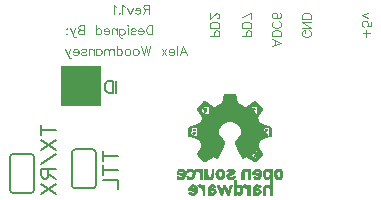
<source format=gbr>
G04 DipTrace 3.0.0.2*
G04 BottomSilk.gbr*
%MOIN*%
G04 #@! TF.FileFunction,Legend,Bot*
G04 #@! TF.Part,Single*
%ADD12C,0.002992*%
%ADD40C,0.006*%
%ADD75C,0.00772*%
%ADD76C,0.006176*%
%ADD78C,0.004632*%
%FSLAX26Y26*%
G04*
G70*
G90*
G75*
G01*
G04 BotSilk*
%LPD*%
X1233785Y690007D2*
D40*
Y800013D1*
X1153785Y690007D2*
G03X1163785Y680010I9992J-5D01*
G01*
Y810010D2*
G03X1153785Y800013I-8J-9992D01*
G01*
X1223785Y810010D2*
G02X1233785Y800013I8J-9992D01*
G01*
Y690007D2*
G02X1223785Y680010I-9992J-5D01*
G01*
X1163785D1*
X1223785Y810010D2*
X1163785D1*
X1153785Y800013D2*
Y690007D1*
X1027475Y674918D2*
Y784924D1*
X947475Y674918D2*
G03X957475Y664921I9992J-5D01*
G01*
Y794921D2*
G03X947475Y784924I-8J-9992D01*
G01*
X1017475Y794921D2*
G02X1027475Y784924I8J-9992D01*
G01*
Y674918D2*
G02X1017475Y664921I-9992J-5D01*
G01*
X957475D1*
X1017475Y794921D2*
X957475D1*
X947475Y784924D2*
Y674918D1*
G36*
X1118777Y1087543D2*
X1250041D1*
Y956279D1*
X1118777D1*
Y1087543D1*
G37*
X1661375Y994050D2*
D12*
X1697281D1*
X1659994Y991058D2*
X1698662D1*
X1659123Y988066D2*
X1699533D1*
X1658583Y985073D2*
X1700073D1*
X1658009Y982081D2*
X1700647D1*
X1657214Y979089D2*
X1701442D1*
X1656417Y976097D2*
X1702239D1*
X1655873Y973105D2*
X1702783D1*
X1592556Y970113D2*
X1595549D1*
X1655452D2*
X1703204D1*
X1763108D2*
D3*
X1589564Y967121D2*
X1601059D1*
X1654942D2*
X1703714D1*
X1757597D2*
X1769092D1*
X1586572Y964129D2*
X1606187D1*
X1653031D2*
X1705626D1*
X1752470D2*
X1772084D1*
X1583580Y961136D2*
X1610926D1*
X1648097D2*
X1710559D1*
X1747730D2*
X1775076D1*
X1580588Y958144D2*
X1615318D1*
X1641650D2*
X1717006D1*
X1743338D2*
X1778068D1*
X1577607Y955152D2*
X1619486D1*
X1634446D2*
X1724210D1*
X1739171D2*
X1781049D1*
X1574744Y952160D2*
X1589690D1*
X1610509D2*
X1748939D1*
X1772084D2*
X1783912D1*
X1572367Y949168D2*
X1587198D1*
X1592556D2*
X1601533D1*
X1610509D2*
X1756708D1*
X1772084D2*
X1786289D1*
X1570589Y946176D2*
X1585433D1*
X1592568D2*
X1601533D1*
X1610509D2*
X1763108D1*
X1772084D2*
X1788067D1*
X1570807Y943184D2*
X1584254D1*
X1592682D2*
X1601509D1*
X1610509D2*
X1754131D1*
X1772084D2*
X1787850D1*
X1572551Y940192D2*
X1584439D1*
X1593144D2*
X1601282D1*
X1610509D2*
X1758275D1*
X1772084D2*
X1786105D1*
X1574551Y937199D2*
X1585297D1*
X1594167D2*
X1600738D1*
X1610509D2*
X1761346D1*
X1772084D2*
X1784105D1*
X1576554Y934207D2*
X1586572D1*
X1595549D2*
X1598406D1*
X1610509D2*
X1762355D1*
X1772084D2*
X1782102D1*
X1578658Y931215D2*
X1595549D1*
X1610509D2*
X1763108D1*
X1772084D2*
X1779998D1*
X1580982Y928223D2*
X1777675D1*
X1583298Y925231D2*
X1775358D1*
X1585416Y922239D2*
X1773240D1*
X1587462Y919247D2*
X1771194D1*
X1589564Y916255D2*
X1769092D1*
X1587709Y913262D2*
X1770947D1*
X1586003Y910270D2*
X1772654D1*
X1584400Y907278D2*
X1774256D1*
X1582803Y904286D2*
X1775853D1*
X1580702Y901294D2*
X1664493D1*
X1694163D2*
X1777954D1*
X1577802Y898302D2*
X1659021D1*
X1699635D2*
X1780854D1*
X1569935Y895310D2*
X1654357D1*
X1704299D2*
X1788721D1*
X1560549Y892318D2*
X1650748D1*
X1707908D2*
X1798107D1*
X1552233Y889325D2*
X1648090D1*
X1710567D2*
X1806423D1*
X1545814Y886333D2*
X1646047D1*
X1712609D2*
X1812842D1*
X1543278Y883341D2*
X1644326D1*
X1714330D2*
X1815378D1*
X1542419Y880349D2*
X1550667D1*
X1571612D2*
X1642845D1*
X1715811D2*
X1793629D1*
X1810982D2*
X1816237D1*
X1541984Y877357D2*
X1550655D1*
X1556651D2*
X1565627D1*
X1571612D2*
X1641706D1*
X1716951D2*
X1791641D1*
X1796021D2*
X1804997D1*
X1810982D2*
X1816672D1*
X1541800Y874365D2*
X1550541D1*
X1556651D2*
X1565627D1*
X1571612D2*
X1641022D1*
X1717635D2*
X1791212D1*
X1796021D2*
X1803455D1*
X1810982D2*
X1816856D1*
X1541729Y871373D2*
X1550079D1*
X1571612D2*
X1640691D1*
X1717965D2*
X1792868D1*
X1796021D2*
X1798762D1*
X1810982D2*
X1816927D1*
X1541704Y868381D2*
X1549056D1*
X1556651D2*
X1565627D1*
X1571612D2*
X1640645D1*
X1718012D2*
X1796833D1*
X1810982D2*
X1816953D1*
X1541695Y865388D2*
X1547675D1*
X1553659D2*
X1564084D1*
X1571612D2*
X1640976D1*
X1717680D2*
X1798597D1*
X1810982D2*
X1816962D1*
X1541738Y862396D2*
X1550667D1*
X1556651D2*
X1559392D1*
X1571612D2*
X1641787D1*
X1716870D2*
X1802797D1*
X1810982D2*
X1816918D1*
X1541983Y859404D2*
X1553659D1*
X1571612D2*
X1643044D1*
X1715613D2*
X1804997D1*
X1810982D2*
X1816673D1*
X1542438Y856412D2*
X1644777D1*
X1713879D2*
X1816218D1*
X1549154Y853420D2*
X1647036D1*
X1711620D2*
X1809502D1*
X1557828Y850428D2*
X1649678D1*
X1708978D2*
X1800828D1*
X1566480Y847436D2*
X1652605D1*
X1706051D2*
X1792176D1*
X1573118Y844444D2*
X1655786D1*
X1702870D2*
X1785538D1*
X1578105Y841451D2*
X1658868D1*
X1699789D2*
X1780551D1*
X1580427Y838459D2*
X1661513D1*
X1697143D2*
X1778229D1*
X1582113Y835467D2*
X1662147D1*
X1696509D2*
X1776544D1*
X1583370Y832475D2*
X1661441D1*
X1697215D2*
X1775286D1*
X1584493Y829483D2*
X1660448D1*
X1698208D2*
X1774164D1*
X1585333Y826491D2*
X1659414D1*
X1699242D2*
X1773323D1*
X1585792Y823499D2*
X1658419D1*
X1700237D2*
X1772865D1*
X1585068Y820507D2*
X1657285D1*
X1701372D2*
X1773588D1*
X1583891Y817514D2*
X1655983D1*
X1702673D2*
X1774765D1*
X1582198Y814522D2*
X1654582D1*
X1704074D2*
X1776458D1*
X1579968Y811530D2*
X1653122D1*
X1705534D2*
X1778688D1*
X1577450Y808538D2*
X1651644D1*
X1707013D2*
X1781207D1*
X1575011Y805546D2*
X1650151D1*
X1708505D2*
X1763108D1*
X1771935D2*
X1783645D1*
X1572929Y802554D2*
X1648659D1*
X1709997D2*
X1766100D1*
X1771581D2*
X1785727D1*
X1571343Y799562D2*
X1647161D1*
X1711495D2*
X1762084D1*
X1769461D2*
X1787313D1*
X1570191Y796570D2*
X1645668D1*
X1712988D2*
X1758194D1*
X1766477D2*
X1788466D1*
X1570655Y793577D2*
X1644169D1*
X1714487D2*
X1754588D1*
X1763613D2*
X1788001D1*
X1572607Y790585D2*
X1642666D1*
X1715990D2*
X1751139D1*
X1761614D2*
X1786049D1*
X1575138Y787593D2*
X1641090D1*
X1717566D2*
X1754131D1*
X1760115D2*
X1783518D1*
X1578257Y784601D2*
X1619600D1*
X1631454D2*
X1639345D1*
X1719312D2*
X1727202D1*
X1739057D2*
X1760115D1*
X1769092D2*
X1780399D1*
X1581863Y781609D2*
X1614001D1*
X1637438D2*
D3*
X1721218D2*
D3*
X1744655D2*
X1776793D1*
X1585591Y778617D2*
X1608759D1*
X1749897D2*
X1773065D1*
X1589136Y775625D2*
X1603666D1*
X1754991D2*
X1769520D1*
X1592556Y772632D2*
X1598541D1*
X1760115D2*
X1766100D1*
X1508777Y745703D2*
X1523738D1*
X1538698D2*
X1553659D1*
X1565627D2*
X1586572D1*
X1595549D2*
X1604525D1*
X1619486D2*
X1625470D1*
X1640430D2*
X1655391D1*
X1673344D2*
X1691297D1*
X1724210D2*
X1748147D1*
X1763108D2*
X1778068D1*
X1796021D2*
X1819958D1*
X1834919D2*
X1849879D1*
X1506373Y742711D2*
X1526256D1*
X1537306D2*
X1586572D1*
X1595549D2*
X1604525D1*
X1619486D2*
X1625470D1*
X1637912D2*
X1657795D1*
X1670165D2*
X1693689D1*
X1722366D2*
X1748147D1*
X1760590D2*
X1780472D1*
X1794177D2*
X1819958D1*
X1832401D2*
X1852283D1*
X1504623Y739719D2*
X1528389D1*
X1536381D2*
X1586572D1*
X1595549D2*
X1604525D1*
X1619486D2*
X1625470D1*
X1635779D2*
X1659545D1*
X1667360D2*
X1695677D1*
X1720765D2*
X1748147D1*
X1758456D2*
X1782222D1*
X1792576D2*
X1819958D1*
X1830267D2*
X1854033D1*
X1503621Y736727D2*
X1511769D1*
X1520745D2*
X1530108D1*
X1535706D2*
X1543454D1*
X1553071D2*
X1562635D1*
X1577008D2*
X1586572D1*
X1595549D2*
X1604525D1*
X1619486D2*
X1625470D1*
X1634060D2*
X1644011D1*
X1651811D2*
X1660547D1*
X1673344D2*
D3*
X1688567D2*
X1696292D1*
X1719556D2*
X1730782D1*
X1738583D2*
X1748147D1*
X1756736D2*
X1766100D1*
X1775076D2*
X1783224D1*
X1791367D2*
X1799013D1*
X1810394D2*
X1819958D1*
X1828548D2*
X1838499D1*
X1846299D2*
X1855035D1*
X1503134Y733735D2*
X1508777D1*
X1523738D2*
X1537386D1*
X1554809D2*
X1562635D1*
X1578758D2*
X1586572D1*
X1595549D2*
X1604537D1*
X1619474D2*
X1625470D1*
X1632818D2*
X1642272D1*
X1653549D2*
X1661033D1*
X1680709D2*
X1695665D1*
X1718839D2*
X1729032D1*
X1740332D2*
X1748147D1*
X1755475D2*
X1763108D1*
X1778068D2*
X1783710D1*
X1790650D2*
X1799013D1*
X1812132D2*
X1819958D1*
X1827306D2*
X1836761D1*
X1848037D2*
X1855521D1*
X1502916Y730743D2*
X1534880D1*
X1555978D2*
X1562635D1*
X1579760D2*
X1586572D1*
X1595549D2*
X1604651D1*
X1619360D2*
X1625470D1*
X1632191D2*
X1641103D1*
X1654718D2*
X1661243D1*
X1674661D2*
X1693284D1*
X1718483D2*
X1728030D1*
X1741335D2*
X1748147D1*
X1754690D2*
X1783920D1*
X1790305D2*
X1799013D1*
X1813301D2*
X1819958D1*
X1826680D2*
X1835591D1*
X1849206D2*
X1855731D1*
X1502793Y727751D2*
X1533180D1*
X1555792D2*
X1562623D1*
X1580246D2*
X1586572D1*
X1595549D2*
X1605113D1*
X1618898D2*
X1625458D1*
X1632223D2*
X1641290D1*
X1654532D2*
X1661315D1*
X1670173D2*
X1688114D1*
X1718326D2*
X1727544D1*
X1741820D2*
X1748147D1*
X1754131D2*
X1783992D1*
X1790254D2*
X1799013D1*
X1813115D2*
X1819958D1*
X1826711D2*
X1835778D1*
X1849020D2*
X1855803D1*
X1523738Y724758D2*
X1531754D1*
X1554934D2*
X1562495D1*
X1580456D2*
X1586572D1*
X1595549D2*
X1606136D1*
X1617875D2*
X1625341D1*
X1632898D2*
X1642147D1*
X1653674D2*
X1661230D1*
X1668494D2*
X1682237D1*
X1718263D2*
X1727334D1*
X1742031D2*
X1748147D1*
X1778068D2*
X1783907D1*
X1790584D2*
X1799013D1*
X1812257D2*
X1819958D1*
X1827387D2*
X1836636D1*
X1848162D2*
X1855718D1*
X1505785Y721766D2*
X1508777D1*
X1520745D2*
X1530248D1*
X1535706D2*
X1541690D1*
X1553659D2*
X1562179D1*
X1580540D2*
X1586572D1*
X1595549D2*
X1607517D1*
X1616493D2*
X1624844D1*
X1634099D2*
X1643423D1*
X1652399D2*
X1660744D1*
X1668159D2*
X1676336D1*
X1691297D2*
X1697281D1*
X1718239D2*
X1727250D1*
X1742114D2*
X1748147D1*
X1760115D2*
X1763108D1*
X1775076D2*
X1783421D1*
X1791391D2*
X1799013D1*
X1810982D2*
X1819958D1*
X1828588D2*
X1837911D1*
X1846887D2*
X1855232D1*
X1504607Y718774D2*
X1528428D1*
X1536256D2*
X1560680D1*
X1580571D2*
X1586572D1*
X1595549D2*
X1623640D1*
X1635804D2*
X1659543D1*
X1669310D2*
X1696509D1*
X1718230D2*
X1727219D1*
X1742146D2*
X1748147D1*
X1758938D2*
X1782220D1*
X1792619D2*
X1819958D1*
X1830292D2*
X1854031D1*
X1504984Y715782D2*
X1526187D1*
X1537306D2*
X1557396D1*
X1580582D2*
X1586572D1*
X1595549D2*
X1621726D1*
X1638001D2*
X1657631D1*
X1671154D2*
X1694163D1*
X1718227D2*
X1727208D1*
X1742157D2*
X1748147D1*
X1759314D2*
X1780308D1*
X1794206D2*
X1819958D1*
X1832490D2*
X1852119D1*
X1505785Y712790D2*
X1523738D1*
X1538698D2*
X1553659D1*
X1580588D2*
X1586572D1*
X1595549D2*
X1619486D1*
X1640430D2*
X1655391D1*
X1673344D2*
X1691297D1*
X1718226D2*
X1727202D1*
X1742163D2*
X1748147D1*
X1760115D2*
X1778068D1*
X1796021D2*
X1807990D1*
X1813974D2*
X1819958D1*
X1834919D2*
X1849879D1*
X1813974Y709798D2*
X1819958D1*
X1694289Y706806D2*
X1700273D1*
X1813974D2*
X1819958D1*
X1694289Y703814D2*
X1700273D1*
X1813974D2*
X1819958D1*
X1694289Y700821D2*
X1700273D1*
X1813974D2*
X1819958D1*
X1694289Y697829D2*
X1700273D1*
X1813974D2*
X1819958D1*
X1556651Y694837D2*
D3*
X1580588D2*
D3*
X1619486D2*
X1622478D1*
X1694289D2*
X1700273D1*
X1709249D2*
D3*
X1730194D2*
D3*
X1772084D2*
D3*
X1802005D2*
D3*
X1813974D2*
X1819958D1*
X1551022Y691845D2*
X1565627D1*
X1571612D2*
X1595549D1*
X1614319D2*
X1626654D1*
X1637438D2*
X1643423D1*
X1658383D2*
X1664367D1*
X1679328D2*
X1688304D1*
X1694289D2*
X1718226D1*
X1724210D2*
X1748147D1*
X1765536D2*
X1781060D1*
X1797758D2*
X1819958D1*
X1546812Y688853D2*
X1568031D1*
X1575865D2*
X1595549D1*
X1610251D2*
X1629429D1*
X1637912D2*
X1644927D1*
X1657360D2*
X1665863D1*
X1678866D2*
X1687168D1*
X1694289D2*
X1748147D1*
X1760445D2*
X1784052D1*
X1794407D2*
X1819958D1*
X1543689Y685861D2*
X1553659D1*
X1559643D2*
X1569781D1*
X1580582D2*
X1595549D1*
X1608829D2*
X1616493D1*
X1625470D2*
X1631454D1*
X1638759D2*
X1646254D1*
X1656462D2*
X1667108D1*
X1678123D2*
X1685894D1*
X1694289D2*
X1721218D1*
X1724850D2*
X1748147D1*
X1758407D2*
X1766100D1*
X1775076D2*
X1781060D1*
X1791816D2*
X1819958D1*
X1542650Y682869D2*
X1550667D1*
X1562635D2*
X1570783D1*
X1584683D2*
X1595549D1*
X1608070D2*
X1613501D1*
X1639915D2*
X1647734D1*
X1655848D2*
X1668286D1*
X1677341D2*
X1684597D1*
X1694289D2*
X1700273D1*
X1715234D2*
X1721218D1*
X1732941D2*
X1748147D1*
X1757714D2*
X1763108D1*
X1790897D2*
X1799013D1*
X1810394D2*
X1819958D1*
X1542094Y679877D2*
X1571269D1*
X1587749D2*
X1595549D1*
X1607731D2*
X1622453D1*
X1641168D2*
X1649407D1*
X1655391D2*
X1669377D1*
X1676772D2*
X1683432D1*
X1694289D2*
X1700273D1*
X1715234D2*
X1721218D1*
X1736666D2*
X1748147D1*
X1757362D2*
X1772059D1*
X1790402D2*
X1799013D1*
X1812143D2*
X1819958D1*
X1541838Y676884D2*
X1571468D1*
X1588709D2*
X1595549D1*
X1607595D2*
X1629567D1*
X1642318D2*
X1670352D1*
X1676336D2*
X1682397D1*
X1694289D2*
X1700273D1*
X1715234D2*
X1721218D1*
X1738004D2*
X1748147D1*
X1757213D2*
X1779173D1*
X1790179D2*
X1799013D1*
X1813146D2*
X1819958D1*
X1541690Y673892D2*
X1571435D1*
X1589210D2*
X1595549D1*
X1607544D2*
X1632536D1*
X1643349D2*
X1658269D1*
X1663791D2*
X1681337D1*
X1694289D2*
X1700273D1*
X1715234D2*
X1721206D1*
X1738693D2*
X1748147D1*
X1757155D2*
X1782142D1*
X1790089D2*
X1799013D1*
X1813632D2*
X1819958D1*
X1562635Y670900D2*
X1570956D1*
X1589429D2*
X1595549D1*
X1607526D2*
X1613501D1*
X1628462D2*
X1633709D1*
X1644407D2*
X1657886D1*
X1665646D2*
X1680317D1*
X1694289D2*
X1700273D1*
X1715234D2*
X1721078D1*
X1738990D2*
X1748147D1*
X1757134D2*
X1763108D1*
X1778068D2*
X1783315D1*
X1790055D2*
X1799013D1*
X1813842D2*
X1819958D1*
X1544682Y667908D2*
X1550667D1*
X1559643D2*
X1570002D1*
X1589516D2*
X1595549D1*
X1607520D2*
X1616493D1*
X1625470D2*
X1633754D1*
X1645435D2*
X1657168D1*
X1667032D2*
X1679351D1*
X1694289D2*
X1720762D1*
X1739106D2*
X1748147D1*
X1757127D2*
X1766100D1*
X1775076D2*
X1783360D1*
X1790043D2*
X1799013D1*
X1813925D2*
X1819958D1*
X1541690Y664916D2*
X1567292D1*
X1589547D2*
X1595549D1*
X1607518D2*
X1632414D1*
X1646482D2*
X1656393D1*
X1668260D2*
X1678309D1*
X1694289D2*
X1719263D1*
X1739148D2*
X1748147D1*
X1757125D2*
X1782020D1*
X1790039D2*
X1799013D1*
X1813957D2*
X1819958D1*
X1546085Y661924D2*
X1563722D1*
X1589559D2*
X1595549D1*
X1607517D2*
X1629176D1*
X1647821D2*
X1655826D1*
X1669369D2*
X1677277D1*
X1694289D2*
X1715979D1*
X1739163D2*
X1748147D1*
X1757124D2*
X1778782D1*
X1790037D2*
X1799013D1*
X1813968D2*
X1819958D1*
X1550667Y658932D2*
X1559643D1*
X1589564D2*
X1595549D1*
X1607517D2*
X1625470D1*
X1649407D2*
X1655391D1*
X1670352D2*
X1676336D1*
X1694289D2*
X1700273D1*
X1706257D2*
X1712241D1*
X1739171D2*
X1748147D1*
X1757123D2*
X1763108D1*
X1769092D2*
X1775076D1*
X1790037D2*
X1799013D1*
X1813974D2*
X1819958D1*
X1661375Y994050D2*
X1659994Y991058D1*
X1659123Y988066D1*
X1658583Y985073D1*
X1658009Y982081D1*
X1657214Y979089D1*
X1656417Y976097D1*
X1655873Y973105D1*
X1655452Y970113D1*
X1654942Y967121D1*
X1653031Y964129D1*
X1648097Y961136D1*
X1641650Y958144D1*
X1634446Y955152D1*
X1697281Y994050D2*
X1698662Y991058D1*
X1699533Y988066D1*
X1700073Y985073D1*
X1700647Y982081D1*
X1701442Y979089D1*
X1702239Y976097D1*
X1702783Y973105D1*
X1703204Y970113D1*
X1703714Y967121D1*
X1705626Y964129D1*
X1710559Y961136D1*
X1717006Y958144D1*
X1724210Y955152D1*
X1592556Y970113D2*
X1589564Y967121D1*
X1586572Y964129D1*
X1583580Y961136D1*
X1580588Y958144D1*
X1577607Y955152D1*
X1574744Y952160D1*
X1572367Y949168D1*
X1570589Y946176D1*
X1570807Y943184D1*
X1572551Y940192D1*
X1574551Y937199D1*
X1576554Y934207D1*
X1578658Y931215D1*
X1580982Y928223D1*
X1583298Y925231D1*
X1585416Y922239D1*
X1587462Y919247D1*
X1589564Y916255D1*
X1587709Y913262D1*
X1586003Y910270D1*
X1584400Y907278D1*
X1582803Y904286D1*
X1580702Y901294D1*
X1577802Y898302D1*
X1569935Y895310D1*
X1560549Y892318D1*
X1552233Y889325D1*
X1545814Y886333D1*
X1543278Y883341D1*
X1542419Y880349D1*
X1541984Y877357D1*
X1541800Y874365D1*
X1541729Y871373D1*
X1541704Y868381D1*
X1541695Y865388D1*
X1541738Y862396D1*
X1541983Y859404D1*
X1542438Y856412D1*
X1549154Y853420D1*
X1557828Y850428D1*
X1566480Y847436D1*
X1573118Y844444D1*
X1578105Y841451D1*
X1580427Y838459D1*
X1582113Y835467D1*
X1583370Y832475D1*
X1584493Y829483D1*
X1585333Y826491D1*
X1585792Y823499D1*
X1585068Y820507D1*
X1583891Y817514D1*
X1582198Y814522D1*
X1579968Y811530D1*
X1577450Y808538D1*
X1575011Y805546D1*
X1572929Y802554D1*
X1571343Y799562D1*
X1570191Y796570D1*
X1570655Y793577D1*
X1572607Y790585D1*
X1575138Y787593D1*
X1578257Y784601D1*
X1581863Y781609D1*
X1585591Y778617D1*
X1589136Y775625D1*
X1592556Y772632D1*
X1595549Y970113D2*
X1601059Y967121D1*
X1606187Y964129D1*
X1610926Y961136D1*
X1615318Y958144D1*
X1619486Y955152D1*
X1763108Y970113D2*
X1757597Y967121D1*
X1752470Y964129D1*
X1747730Y961136D1*
X1743338Y958144D1*
X1739171Y955152D1*
X1769092Y967121D2*
X1772084Y964129D1*
X1775076Y961136D1*
X1778068Y958144D1*
X1781049Y955152D1*
X1783912Y952160D1*
X1786289Y949168D1*
X1788067Y946176D1*
X1787850Y943184D1*
X1786105Y940192D1*
X1784105Y937199D1*
X1782102Y934207D1*
X1779998Y931215D1*
X1777675Y928223D1*
X1775358Y925231D1*
X1773240Y922239D1*
X1771194Y919247D1*
X1769092Y916255D1*
X1770947Y913262D1*
X1772654Y910270D1*
X1774256Y907278D1*
X1775853Y904286D1*
X1777954Y901294D1*
X1780854Y898302D1*
X1788721Y895310D1*
X1798107Y892318D1*
X1806423Y889325D1*
X1812842Y886333D1*
X1815378Y883341D1*
X1816237Y880349D1*
X1816672Y877357D1*
X1816856Y874365D1*
X1816927Y871373D1*
X1816953Y868381D1*
X1816962Y865388D1*
X1816918Y862396D1*
X1816673Y859404D1*
X1816218Y856412D1*
X1809502Y853420D1*
X1800828Y850428D1*
X1792176Y847436D1*
X1785538Y844444D1*
X1780551Y841451D1*
X1778229Y838459D1*
X1776544Y835467D1*
X1775286Y832475D1*
X1774164Y829483D1*
X1773323Y826491D1*
X1772865Y823499D1*
X1773588Y820507D1*
X1774765Y817514D1*
X1776458Y814522D1*
X1778688Y811530D1*
X1781207Y808538D1*
X1783645Y805546D1*
X1785727Y802554D1*
X1787313Y799562D1*
X1788466Y796570D1*
X1788001Y793577D1*
X1786049Y790585D1*
X1783518Y787593D1*
X1780399Y784601D1*
X1776793Y781609D1*
X1773065Y778617D1*
X1769520Y775625D1*
X1766100Y772632D1*
X1592556Y955152D2*
X1589690Y952160D1*
X1587198Y949168D1*
X1585433Y946176D1*
X1584254Y943184D1*
X1584439Y940192D1*
X1585297Y937199D1*
X1586572Y934207D1*
X1610509Y955152D2*
Y952160D1*
Y949168D1*
Y946176D1*
Y943184D1*
Y940192D1*
Y937199D1*
Y934207D1*
Y931215D1*
X1739171Y955152D2*
X1748939Y952160D1*
X1756708Y949168D1*
X1763108Y946176D1*
X1754131Y943184D1*
X1758275Y940192D1*
X1761346Y937199D1*
X1762355Y934207D1*
X1763108Y931215D1*
X1772084Y955152D2*
Y952160D1*
Y949168D1*
Y946176D1*
Y943184D1*
Y940192D1*
Y937199D1*
Y934207D1*
Y931215D1*
X1592556Y949168D2*
X1592568Y946176D1*
X1592682Y943184D1*
X1593144Y940192D1*
X1594167Y937199D1*
X1595549Y934207D1*
X1601533Y949168D2*
Y946176D1*
X1601509Y943184D1*
X1601282Y940192D1*
X1600738Y937199D1*
X1598406Y934207D1*
X1595549Y931215D1*
X1670352Y904286D2*
X1664493Y901294D1*
X1659021Y898302D1*
X1654357Y895310D1*
X1650748Y892318D1*
X1648090Y889325D1*
X1646047Y886333D1*
X1644326Y883341D1*
X1642845Y880349D1*
X1641706Y877357D1*
X1641022Y874365D1*
X1640691Y871373D1*
X1640645Y868381D1*
X1640976Y865388D1*
X1641787Y862396D1*
X1643044Y859404D1*
X1644777Y856412D1*
X1647036Y853420D1*
X1649678Y850428D1*
X1652605Y847436D1*
X1655786Y844444D1*
X1658868Y841451D1*
X1661513Y838459D1*
X1662147Y835467D1*
X1661441Y832475D1*
X1660448Y829483D1*
X1659414Y826491D1*
X1658419Y823499D1*
X1657285Y820507D1*
X1655983Y817514D1*
X1654582Y814522D1*
X1653122Y811530D1*
X1651644Y808538D1*
X1650151Y805546D1*
X1648659Y802554D1*
X1647161Y799562D1*
X1645668Y796570D1*
X1644169Y793577D1*
X1642666Y790585D1*
X1641090Y787593D1*
X1639345Y784601D1*
X1637438Y781609D1*
X1688304Y904286D2*
X1694163Y901294D1*
X1699635Y898302D1*
X1704299Y895310D1*
X1707908Y892318D1*
X1710567Y889325D1*
X1712609Y886333D1*
X1714330Y883341D1*
X1715811Y880349D1*
X1716951Y877357D1*
X1717635Y874365D1*
X1717965Y871373D1*
X1718012Y868381D1*
X1717680Y865388D1*
X1716870Y862396D1*
X1715613Y859404D1*
X1713879Y856412D1*
X1711620Y853420D1*
X1708978Y850428D1*
X1706051Y847436D1*
X1702870Y844444D1*
X1699789Y841451D1*
X1697143Y838459D1*
X1696509Y835467D1*
X1697215Y832475D1*
X1698208Y829483D1*
X1699242Y826491D1*
X1700237Y823499D1*
X1701372Y820507D1*
X1702673Y817514D1*
X1704074Y814522D1*
X1705534Y811530D1*
X1707013Y808538D1*
X1708505Y805546D1*
X1709997Y802554D1*
X1711495Y799562D1*
X1712988Y796570D1*
X1714487Y793577D1*
X1715990Y790585D1*
X1717566Y787593D1*
X1719312Y784601D1*
X1721218Y781609D1*
X1550667Y883341D2*
Y880349D1*
X1550655Y877357D1*
X1550541Y874365D1*
X1550079Y871373D1*
X1549056Y868381D1*
X1547675Y865388D1*
X1550667Y862396D1*
X1553659Y859404D1*
X1571612Y883341D2*
Y880349D1*
Y877357D1*
Y874365D1*
Y871373D1*
Y868381D1*
Y865388D1*
Y862396D1*
Y859404D1*
X1796021Y883341D2*
X1793629Y880349D1*
X1791641Y877357D1*
X1791212Y874365D1*
X1792868Y871373D1*
X1796833Y868381D1*
X1800507Y865388D1*
X1803070Y862396D1*
X1804997Y859404D1*
X1810982Y883341D2*
Y880349D1*
Y877357D1*
Y874365D1*
Y871373D1*
Y868381D1*
Y865388D1*
Y862396D1*
Y859404D1*
X1556651Y877357D2*
Y874365D1*
X1565627Y877357D2*
Y874365D1*
X1796021Y877357D2*
Y874365D1*
Y871373D1*
X1804997Y877357D2*
X1803455Y874365D1*
X1798762Y871373D1*
X1793029Y868381D1*
X1798597Y865388D1*
X1802797Y862396D1*
X1804997Y859404D1*
X1556651Y868381D2*
X1553659Y865388D1*
X1556651Y862396D1*
X1565627Y868381D2*
X1564084Y865388D1*
X1559392Y862396D1*
X1553659Y859404D1*
X1760115Y808538D2*
X1763108Y805546D1*
X1766100Y802554D1*
X1762084Y799562D1*
X1758194Y796570D1*
X1754588Y793577D1*
X1751139Y790585D1*
X1754131Y787593D1*
X1772084Y808538D2*
X1771935Y805546D1*
X1771581Y802554D1*
X1769461Y799562D1*
X1766477Y796570D1*
X1763613Y793577D1*
X1761614Y790585D1*
X1760115Y787593D1*
X1625470D2*
X1619600Y784601D1*
X1614001Y781609D1*
X1608759Y778617D1*
X1603666Y775625D1*
X1598541Y772632D1*
X1625470Y787593D2*
X1631454Y784601D1*
X1637438Y781609D1*
X1733186Y787593D2*
X1727202Y784601D1*
X1721218Y781609D1*
X1733186Y787593D2*
X1739057Y784601D1*
X1744655Y781609D1*
X1749897Y778617D1*
X1754991Y775625D1*
X1760115Y772632D1*
Y784601D2*
X1766100Y787593D2*
X1769092Y784601D1*
X1508777Y745703D2*
X1506373Y742711D1*
X1504623Y739719D1*
X1503621Y736727D1*
X1503134Y733735D1*
X1502916Y730743D1*
X1502793Y727751D1*
X1523738Y724758D1*
X1520745Y721766D1*
X1523738Y745703D2*
X1526256Y742711D1*
X1528389Y739719D1*
X1530108Y736727D1*
X1531350Y733735D1*
X1531977Y730743D1*
X1531945Y727751D1*
X1531270Y724758D1*
X1530069Y721766D1*
X1528364Y718774D1*
X1526167Y715782D1*
X1523738Y712790D1*
X1538698Y745703D2*
X1537306Y742711D1*
X1536381Y739719D1*
X1535706Y736727D1*
X1553659Y745703D2*
X1565627D2*
X1586572D2*
Y742711D1*
Y739719D1*
Y736727D1*
Y733735D1*
Y730743D1*
Y727751D1*
Y724758D1*
Y721766D1*
Y718774D1*
Y715782D1*
Y712790D1*
X1595549Y745703D2*
Y742711D1*
Y739719D1*
Y736727D1*
Y733735D1*
Y730743D1*
Y727751D1*
Y724758D1*
Y721766D1*
Y718774D1*
Y715782D1*
Y712790D1*
X1604525Y745703D2*
Y742711D1*
Y739719D1*
Y736727D1*
X1604537Y733735D1*
X1604651Y730743D1*
X1605113Y727751D1*
X1606136Y724758D1*
X1607517Y721766D1*
X1619486Y745703D2*
Y742711D1*
Y739719D1*
Y736727D1*
X1619474Y733735D1*
X1619360Y730743D1*
X1618898Y727751D1*
X1617875Y724758D1*
X1616493Y721766D1*
X1625470Y745703D2*
Y742711D1*
Y739719D1*
Y736727D1*
Y733735D1*
Y730743D1*
X1625458Y727751D1*
X1625341Y724758D1*
X1624844Y721766D1*
X1623640Y718774D1*
X1621726Y715782D1*
X1619486Y712790D1*
X1640430Y745703D2*
X1637912Y742711D1*
X1635779Y739719D1*
X1634060Y736727D1*
X1632818Y733735D1*
X1632191Y730743D1*
X1632223Y727751D1*
X1632898Y724758D1*
X1634099Y721766D1*
X1635804Y718774D1*
X1638001Y715782D1*
X1640430Y712790D1*
X1655391Y745703D2*
X1657795Y742711D1*
X1659545Y739719D1*
X1660547Y736727D1*
X1661033Y733735D1*
X1661243Y730743D1*
X1661315Y727751D1*
X1661230Y724758D1*
X1660744Y721766D1*
X1659543Y718774D1*
X1657631Y715782D1*
X1655391Y712790D1*
X1673344Y745703D2*
X1670165Y742711D1*
X1667360Y739719D1*
X1673344Y736727D1*
X1691297Y745703D2*
X1693689Y742711D1*
X1695677Y739719D1*
X1696292Y736727D1*
X1695665Y733735D1*
X1693284Y730743D1*
X1688114Y727751D1*
X1682237Y724758D1*
X1676336Y721766D1*
X1724210Y745703D2*
X1722366Y742711D1*
X1720765Y739719D1*
X1719556Y736727D1*
X1718839Y733735D1*
X1718483Y730743D1*
X1718326Y727751D1*
X1718263Y724758D1*
X1718239Y721766D1*
X1718230Y718774D1*
X1718227Y715782D1*
X1718226Y712790D1*
X1748147Y745703D2*
Y742711D1*
Y739719D1*
Y736727D1*
Y733735D1*
Y730743D1*
Y727751D1*
Y724758D1*
Y721766D1*
Y718774D1*
Y715782D1*
Y712790D1*
X1763108Y745703D2*
X1760590Y742711D1*
X1758456Y739719D1*
X1756736Y736727D1*
X1755475Y733735D1*
X1754690Y730743D1*
X1754131Y727751D1*
X1778068Y724758D1*
X1775076Y721766D1*
X1778068Y745703D2*
X1780472Y742711D1*
X1782222Y739719D1*
X1783224Y736727D1*
X1783710Y733735D1*
X1783920Y730743D1*
X1783992Y727751D1*
X1783907Y724758D1*
X1783421Y721766D1*
X1782220Y718774D1*
X1780308Y715782D1*
X1778068Y712790D1*
X1796021Y745703D2*
X1794177Y742711D1*
X1792576Y739719D1*
X1791367Y736727D1*
X1790650Y733735D1*
X1790305Y730743D1*
X1790254Y727751D1*
X1790584Y724758D1*
X1791391Y721766D1*
X1792619Y718774D1*
X1794206Y715782D1*
X1796021Y712790D1*
X1819958Y745703D2*
Y742711D1*
Y739719D1*
Y736727D1*
Y733735D1*
Y730743D1*
Y727751D1*
Y724758D1*
Y721766D1*
Y718774D1*
Y715782D1*
Y712790D1*
Y709798D1*
Y706806D1*
Y703814D1*
Y700821D1*
Y697829D1*
Y694837D1*
Y691845D1*
Y688853D1*
Y685861D1*
Y682869D1*
Y679877D1*
Y676884D1*
Y673892D1*
Y670900D1*
Y667908D1*
Y664916D1*
Y661924D1*
Y658932D1*
X1834919Y745703D2*
X1832401Y742711D1*
X1830267Y739719D1*
X1828548Y736727D1*
X1827306Y733735D1*
X1826680Y730743D1*
X1826711Y727751D1*
X1827387Y724758D1*
X1828588Y721766D1*
X1830292Y718774D1*
X1832490Y715782D1*
X1834919Y712790D1*
X1849879Y745703D2*
X1852283Y742711D1*
X1854033Y739719D1*
X1855035Y736727D1*
X1855521Y733735D1*
X1855731Y730743D1*
X1855803Y727751D1*
X1855718Y724758D1*
X1855232Y721766D1*
X1854031Y718774D1*
X1852119Y715782D1*
X1849879Y712790D1*
X1514761Y739719D2*
X1511769Y736727D1*
X1508777Y733735D1*
X1517753Y739719D2*
X1520745Y736727D1*
X1523738Y733735D1*
X1550667Y739719D2*
X1543454Y736727D1*
X1537386Y733735D1*
X1534880Y730743D1*
X1533180Y727751D1*
X1531754Y724758D1*
X1530248Y721766D1*
X1528428Y718774D1*
X1526187Y715782D1*
X1523738Y712790D1*
X1550667Y739719D2*
X1553071Y736727D1*
X1554809Y733735D1*
X1555978Y730743D1*
X1555792Y727751D1*
X1554934Y724758D1*
X1553659Y721766D1*
X1562635Y739719D2*
Y736727D1*
Y733735D1*
Y730743D1*
X1562623Y727751D1*
X1562495Y724758D1*
X1562179Y721766D1*
X1560680Y718774D1*
X1557396Y715782D1*
X1553659Y712790D1*
X1574604Y739719D2*
X1577008Y736727D1*
X1578758Y733735D1*
X1579760Y730743D1*
X1580246Y727751D1*
X1580456Y724758D1*
X1580540Y721766D1*
X1580571Y718774D1*
X1580582Y715782D1*
X1580588Y712790D1*
X1646415Y739719D2*
X1644011Y736727D1*
X1642272Y733735D1*
X1641103Y730743D1*
X1641290Y727751D1*
X1642147Y724758D1*
X1643423Y721766D1*
X1649407Y739719D2*
X1651811Y736727D1*
X1653549Y733735D1*
X1654718Y730743D1*
X1654532Y727751D1*
X1653674Y724758D1*
X1652399Y721766D1*
X1697281Y739719D2*
X1688567Y736727D1*
X1680709Y733735D1*
X1674661Y730743D1*
X1670173Y727751D1*
X1668494Y724758D1*
X1668159Y721766D1*
X1669310Y718774D1*
X1671154Y715782D1*
X1673344Y712790D1*
X1733186Y739719D2*
X1730782Y736727D1*
X1729032Y733735D1*
X1728030Y730743D1*
X1727544Y727751D1*
X1727334Y724758D1*
X1727250Y721766D1*
X1727219Y718774D1*
X1727208Y715782D1*
X1727202Y712790D1*
X1736178Y739719D2*
X1738583Y736727D1*
X1740332Y733735D1*
X1741335Y730743D1*
X1741820Y727751D1*
X1742031Y724758D1*
X1742114Y721766D1*
X1742146Y718774D1*
X1742157Y715782D1*
X1742163Y712790D1*
X1769092Y739719D2*
X1766100Y736727D1*
X1763108Y733735D1*
X1772084Y739719D2*
X1775076Y736727D1*
X1778068Y733735D1*
X1799013Y739719D2*
Y736727D1*
Y733735D1*
Y730743D1*
Y727751D1*
Y724758D1*
Y721766D1*
X1807990Y739719D2*
X1810394Y736727D1*
X1812132Y733735D1*
X1813301Y730743D1*
X1813115Y727751D1*
X1812257Y724758D1*
X1810982Y721766D1*
X1840903Y739719D2*
X1838499Y736727D1*
X1836761Y733735D1*
X1835591Y730743D1*
X1835778Y727751D1*
X1836636Y724758D1*
X1837911Y721766D1*
X1843895Y739719D2*
X1846299Y736727D1*
X1848037Y733735D1*
X1849206Y730743D1*
X1849020Y727751D1*
X1848162Y724758D1*
X1846887Y721766D1*
X1505785D2*
X1504607Y718774D1*
X1504984Y715782D1*
X1505785Y712790D1*
X1508777Y721766D2*
X1535706D2*
X1536256Y718774D1*
X1537306Y715782D1*
X1538698Y712790D1*
X1541690Y721766D2*
X1691297D2*
X1697281D2*
X1696509Y718774D1*
X1694163Y715782D1*
X1691297Y712790D1*
X1760115Y721766D2*
X1758938Y718774D1*
X1759314Y715782D1*
X1760115Y712790D1*
X1763108Y721766D2*
X1810982Y715782D2*
X1807990Y712790D1*
X1813974Y715782D2*
Y712790D1*
Y709798D1*
Y706806D1*
Y703814D1*
Y700821D1*
Y697829D1*
Y694837D1*
X1694289Y706806D2*
Y703814D1*
Y700821D1*
Y697829D1*
Y694837D1*
Y691845D1*
Y688853D1*
Y685861D1*
Y682869D1*
Y679877D1*
Y676884D1*
Y673892D1*
Y670900D1*
Y667908D1*
Y664916D1*
Y661924D1*
Y658932D1*
X1700273Y706806D2*
Y703814D1*
Y700821D1*
Y697829D1*
Y694837D1*
X1556651D2*
X1551022Y691845D1*
X1546812Y688853D1*
X1543689Y685861D1*
X1542650Y682869D1*
X1542094Y679877D1*
X1541838Y676884D1*
X1541690Y673892D1*
X1562635Y670900D1*
X1559643Y667908D1*
X1580588Y694837D2*
X1571612Y691845D1*
X1575865Y688853D1*
X1580582Y685861D1*
X1584683Y682869D1*
X1587749Y679877D1*
X1588709Y676884D1*
X1589210Y673892D1*
X1589429Y670900D1*
X1589516Y667908D1*
X1589547Y664916D1*
X1589559Y661924D1*
X1589564Y658932D1*
X1619486Y694837D2*
X1614319Y691845D1*
X1610251Y688853D1*
X1608829Y685861D1*
X1608070Y682869D1*
X1607731Y679877D1*
X1607595Y676884D1*
X1607544Y673892D1*
X1607526Y670900D1*
X1607520Y667908D1*
X1607518Y664916D1*
X1607517Y661924D1*
Y658932D1*
X1622478Y694837D2*
X1626654Y691845D1*
X1629429Y688853D1*
X1631454Y685861D1*
X1709249Y694837D2*
X1730194D2*
X1724210Y691845D1*
X1772084Y694837D2*
X1765536Y691845D1*
X1760445Y688853D1*
X1758407Y685861D1*
X1757714Y682869D1*
X1757362Y679877D1*
X1757213Y676884D1*
X1757155Y673892D1*
X1757134Y670900D1*
X1757127Y667908D1*
X1757125Y664916D1*
X1757124Y661924D1*
X1757123Y658932D1*
X1802005Y694837D2*
X1797758Y691845D1*
X1794407Y688853D1*
X1791816Y685861D1*
X1790897Y682869D1*
X1790402Y679877D1*
X1790179Y676884D1*
X1790089Y673892D1*
X1790055Y670900D1*
X1790043Y667908D1*
X1790039Y664916D1*
X1790037Y661924D1*
Y658932D1*
X1565627Y691845D2*
X1568031Y688853D1*
X1569781Y685861D1*
X1570783Y682869D1*
X1571269Y679877D1*
X1571468Y676884D1*
X1571435Y673892D1*
X1570956Y670900D1*
X1570002Y667908D1*
X1567292Y664916D1*
X1563722Y661924D1*
X1559643Y658932D1*
X1595549Y691845D2*
Y688853D1*
Y685861D1*
Y682869D1*
Y679877D1*
Y676884D1*
Y673892D1*
Y670900D1*
Y667908D1*
Y664916D1*
Y661924D1*
Y658932D1*
X1637438Y691845D2*
X1637912Y688853D1*
X1638759Y685861D1*
X1639915Y682869D1*
X1641168Y679877D1*
X1642318Y676884D1*
X1643349Y673892D1*
X1644407Y670900D1*
X1645435Y667908D1*
X1646482Y664916D1*
X1647821Y661924D1*
X1649407Y658932D1*
X1643423Y691845D2*
X1644927Y688853D1*
X1646254Y685861D1*
X1647734Y682869D1*
X1649407Y679877D1*
X1658383Y691845D2*
X1657360Y688853D1*
X1656462Y685861D1*
X1655848Y682869D1*
X1655391Y679877D1*
X1664367Y691845D2*
X1665863Y688853D1*
X1667108Y685861D1*
X1668286Y682869D1*
X1669377Y679877D1*
X1670352Y676884D1*
X1679328Y691845D2*
X1678866Y688853D1*
X1678123Y685861D1*
X1677341Y682869D1*
X1676772Y679877D1*
X1676336Y676884D1*
X1688304Y691845D2*
X1687168Y688853D1*
X1685894Y685861D1*
X1684597Y682869D1*
X1683432Y679877D1*
X1682397Y676884D1*
X1681337Y673892D1*
X1680317Y670900D1*
X1679351Y667908D1*
X1678309Y664916D1*
X1677277Y661924D1*
X1676336Y658932D1*
X1718226Y691845D2*
X1748147D2*
Y688853D1*
Y685861D1*
Y682869D1*
Y679877D1*
Y676884D1*
Y673892D1*
Y670900D1*
Y667908D1*
Y664916D1*
Y661924D1*
Y658932D1*
X1781060Y691845D2*
X1784052Y688853D1*
X1781060Y685861D1*
X1556651Y688853D2*
X1553659Y685861D1*
X1550667Y682869D1*
X1556651Y688853D2*
X1559643Y685861D1*
X1562635Y682869D1*
X1619486Y688853D2*
X1616493Y685861D1*
X1613501Y682869D1*
X1622453Y679877D1*
X1629567Y676884D1*
X1632536Y673892D1*
X1633709Y670900D1*
X1633754Y667908D1*
X1632414Y664916D1*
X1629176Y661924D1*
X1625470Y658932D1*
X1622478Y688853D2*
X1625470Y685861D1*
X1721218Y688853D2*
Y685861D1*
Y682869D1*
Y679877D1*
Y676884D1*
X1721206Y673892D1*
X1721078Y670900D1*
X1720762Y667908D1*
X1719263Y664916D1*
X1715979Y661924D1*
X1712241Y658932D1*
X1715234Y688853D2*
X1724850Y685861D1*
X1732941Y682869D1*
X1736666Y679877D1*
X1738004Y676884D1*
X1738693Y673892D1*
X1738990Y670900D1*
X1739106Y667908D1*
X1739148Y664916D1*
X1739163Y661924D1*
X1739171Y658932D1*
X1769092Y688853D2*
X1766100Y685861D1*
X1763108Y682869D1*
X1772059Y679877D1*
X1779173Y676884D1*
X1782142Y673892D1*
X1783315Y670900D1*
X1783360Y667908D1*
X1782020Y664916D1*
X1778782Y661924D1*
X1775076Y658932D1*
X1772084Y688853D2*
X1775076Y685861D1*
X1700273D2*
Y682869D1*
Y679877D1*
Y676884D1*
Y673892D1*
Y670900D1*
X1715234Y685861D2*
Y682869D1*
Y679877D1*
Y676884D1*
Y673892D1*
Y670900D1*
X1799013Y685861D2*
Y682869D1*
Y679877D1*
Y676884D1*
Y673892D1*
Y670900D1*
Y667908D1*
Y664916D1*
Y661924D1*
Y658932D1*
X1807990Y685861D2*
X1810394Y682869D1*
X1812143Y679877D1*
X1813146Y676884D1*
X1813632Y673892D1*
X1813842Y670900D1*
X1813925Y667908D1*
X1813957Y664916D1*
X1813968Y661924D1*
X1813974Y658932D1*
X1658383Y676884D2*
X1658269Y673892D1*
X1657886Y670900D1*
X1657168Y667908D1*
X1656393Y664916D1*
X1655826Y661924D1*
X1655391Y658932D1*
X1661375Y676884D2*
X1663791Y673892D1*
X1665646Y670900D1*
X1667032Y667908D1*
X1668260Y664916D1*
X1669369Y661924D1*
X1670352Y658932D1*
X1610509Y673892D2*
X1613501Y670900D1*
X1616493Y667908D1*
X1631454Y673892D2*
X1628462Y670900D1*
X1625470Y667908D1*
X1760115Y673892D2*
X1763108Y670900D1*
X1766100Y667908D1*
X1781060Y673892D2*
X1778068Y670900D1*
X1775076Y667908D1*
X1544682D2*
X1541690Y664916D1*
X1546085Y661924D1*
X1550667Y658932D1*
Y667908D2*
X1703265Y661924D2*
X1700273Y658932D1*
X1703265Y661924D2*
X1706257Y658932D1*
X1766100Y661924D2*
X1763108Y658932D1*
X1766100Y661924D2*
X1769092Y658932D1*
X1258062Y789039D2*
D75*
X1308302D1*
X1258062Y805786D2*
Y772292D1*
Y740106D2*
X1308302D1*
X1258062Y756853D2*
Y723360D1*
Y707920D2*
X1308302D1*
Y679236D1*
X1051752Y875286D2*
X1101992D1*
X1051752Y892033D2*
Y858540D1*
Y843100D2*
X1101992Y809607D1*
X1051752D2*
X1101992Y843100D1*
Y794168D2*
X1051807Y760675D1*
X1075684Y745235D2*
Y723735D1*
X1073252Y716550D1*
X1070875Y714119D1*
X1066122Y711742D1*
X1061314D1*
X1056561Y714119D1*
X1054129Y716550D1*
X1051752Y723736D1*
Y745235D1*
X1101992D1*
X1075684Y728489D2*
X1101992Y711742D1*
X1051752Y696303D2*
X1101992Y662810D1*
X1051752D2*
X1101992Y696303D1*
X1943561Y1206587D2*
D78*
X1946413Y1205161D1*
X1949298Y1202276D1*
X1950724Y1199424D1*
Y1193687D1*
X1949298Y1190802D1*
X1946413Y1187950D1*
X1943561Y1186491D1*
X1939250Y1185065D1*
X1932054D1*
X1927776Y1186491D1*
X1924891Y1187950D1*
X1922039Y1190802D1*
X1920580Y1193687D1*
Y1199424D1*
X1922039Y1202276D1*
X1924891Y1205161D1*
X1927776Y1206587D1*
X1932054D1*
Y1199424D1*
X1950724Y1235946D2*
X1920580Y1235947D1*
X1950724Y1215851D1*
X1920580D1*
X1950724Y1245210D2*
X1920580D1*
Y1255258D1*
X1922039Y1259569D1*
X1924891Y1262454D1*
X1927776Y1263880D1*
X1932054Y1265306D1*
X1939250D1*
X1943561Y1263880D1*
X1946413Y1262454D1*
X1949298Y1259569D1*
X1950724Y1255258D1*
Y1245210D1*
X1820578Y1177261D2*
X1850722Y1165753D1*
X1820578Y1154280D1*
X1830626Y1158591D2*
Y1172950D1*
X1850722Y1186524D2*
X1820578D1*
Y1196572D1*
X1822038Y1200883D1*
X1824889Y1203768D1*
X1827774Y1205194D1*
X1832052Y1206620D1*
X1839248D1*
X1843559Y1205194D1*
X1846411Y1203768D1*
X1849296Y1200883D1*
X1850722Y1196572D1*
Y1186524D1*
X1843559Y1237406D2*
X1846411Y1235980D1*
X1849296Y1233095D1*
X1850722Y1230243D1*
Y1224506D1*
X1849296Y1221621D1*
X1846411Y1218769D1*
X1843559Y1217310D1*
X1839248Y1215884D1*
X1832052D1*
X1827774Y1217310D1*
X1824889Y1218769D1*
X1822037Y1221621D1*
X1820578Y1224506D1*
Y1230243D1*
X1822037Y1233095D1*
X1824889Y1235980D1*
X1827774Y1237406D1*
X1846411Y1263880D2*
X1849263Y1262454D1*
X1850689Y1258143D1*
Y1255291D1*
X1849263Y1250980D1*
X1844952Y1248095D1*
X1837789Y1246669D1*
X1830626D1*
X1824889Y1248095D1*
X1822004Y1250980D1*
X1820578Y1255291D1*
Y1256717D1*
X1822004Y1260995D1*
X1824889Y1263880D1*
X1829200Y1265306D1*
X1830626D1*
X1834937Y1263880D1*
X1837789Y1260995D1*
X1839215Y1256717D1*
Y1255291D1*
X1837789Y1250980D1*
X1834937Y1248095D1*
X1830626Y1246669D1*
X1734937Y1186491D2*
Y1199424D1*
X1736363Y1203702D1*
X1737822Y1205161D1*
X1740674Y1206587D1*
X1744985D1*
X1747837Y1205161D1*
X1749296Y1203702D1*
X1750722Y1199424D1*
Y1186491D1*
X1720578D1*
X1750722Y1215851D2*
X1720578D1*
Y1225899D1*
X1722037Y1230210D1*
X1724889Y1233095D1*
X1727774Y1234521D1*
X1732052Y1235947D1*
X1739248Y1235946D1*
X1743559Y1234521D1*
X1746411Y1233095D1*
X1749296Y1230210D1*
X1750722Y1225898D1*
Y1215851D1*
X1720578Y1250947D2*
X1750689Y1265306D1*
Y1245210D1*
X1628687Y1186491D2*
Y1199424D1*
X1630113Y1203702D1*
X1631572Y1205161D1*
X1634424Y1206587D1*
X1638735D1*
X1641587Y1205161D1*
X1643046Y1203702D1*
X1644472Y1199424D1*
Y1186491D1*
X1614328D1*
X1644472Y1215851D2*
X1614328D1*
Y1225899D1*
X1615787Y1230210D1*
X1618639Y1233095D1*
X1621524Y1234521D1*
X1625802Y1235947D1*
X1632998Y1235946D1*
X1637309Y1234521D1*
X1640161Y1233095D1*
X1643046Y1230210D1*
X1644472Y1225898D1*
Y1215851D1*
X1637276Y1246669D2*
X1638702D1*
X1641587Y1248095D1*
X1643013Y1249521D1*
X1644439Y1252406D1*
Y1258143D1*
X1643013Y1260995D1*
X1641587Y1262421D1*
X1638702Y1263880D1*
X1635850D1*
X1632965Y1262421D1*
X1628687Y1259569D1*
X1614328Y1245210D1*
Y1265306D1*
X2148552Y1196538D2*
X2122719D1*
X2135619Y1183638D2*
Y1209471D1*
X2150691Y1235945D2*
Y1221619D1*
X2137791Y1220193D1*
X2139217Y1221619D1*
X2140676Y1225930D1*
Y1230208D1*
X2139217Y1234519D1*
X2136365Y1237404D1*
X2132054Y1238830D1*
X2129202D1*
X2124891Y1237404D1*
X2122006Y1234519D1*
X2120580Y1230208D1*
Y1225930D1*
X2122006Y1221619D1*
X2123465Y1220193D1*
X2126317Y1218734D1*
X2140676Y1248094D2*
X2120580Y1256716D1*
X2140676Y1265305D1*
X1302460Y1038789D2*
D76*
Y998597D1*
X1290108Y1038789D2*
Y998597D1*
X1276711D1*
X1270963Y1000542D1*
X1267116Y1004345D1*
X1265215Y1008191D1*
X1263314Y1013895D1*
Y1023490D1*
X1265215Y1029238D1*
X1267116Y1033041D1*
X1270963Y1036887D1*
X1276711Y1038789D1*
X1290108D1*
X1411908Y1277848D2*
D78*
X1399008D1*
X1394697Y1279307D1*
X1393238Y1280733D1*
X1391812Y1283585D1*
Y1286470D1*
X1393238Y1289322D1*
X1394697Y1290781D1*
X1399008Y1292207D1*
X1411908D1*
Y1262063D1*
X1401860Y1277848D2*
X1391812Y1262063D1*
X1382548Y1273537D2*
X1365337D1*
Y1276422D1*
X1366763Y1279307D1*
X1368189Y1280733D1*
X1371074Y1282159D1*
X1375385D1*
X1378237Y1280733D1*
X1381122Y1277848D1*
X1382548Y1273537D1*
Y1270685D1*
X1381122Y1266374D1*
X1378237Y1263522D1*
X1375385Y1262063D1*
X1371074D1*
X1368189Y1263522D1*
X1365337Y1266374D1*
X1356074Y1282159D2*
X1347452Y1262063D1*
X1338863Y1282159D1*
X1329599Y1286436D2*
X1326714Y1287896D1*
X1322403Y1292173D1*
Y1262063D1*
X1311714Y1264948D2*
X1313140Y1263489D1*
X1311714Y1262063D1*
X1310255Y1263489D1*
X1311714Y1264948D1*
X1300991Y1286436D2*
X1298106Y1287896D1*
X1293795Y1292173D1*
Y1262063D1*
X1422278Y1223449D2*
Y1193305D1*
X1412230D1*
X1407919Y1194765D1*
X1405034Y1197616D1*
X1403608Y1200501D1*
X1402182Y1204779D1*
Y1211975D1*
X1403608Y1216286D1*
X1405034Y1219138D1*
X1407919Y1222023D1*
X1412230Y1223449D1*
X1422278D1*
X1392918Y1204779D2*
X1375707D1*
Y1207664D1*
X1377133Y1210549D1*
X1378559Y1211975D1*
X1381444Y1213401D1*
X1385755D1*
X1388607Y1211975D1*
X1391492Y1209090D1*
X1392918Y1204779D1*
Y1201927D1*
X1391492Y1197616D1*
X1388607Y1194765D1*
X1385755Y1193305D1*
X1381444D1*
X1378559Y1194765D1*
X1375707Y1197616D1*
X1350659Y1209090D2*
X1352085Y1211975D1*
X1356396Y1213401D1*
X1360707D1*
X1365018Y1211975D1*
X1366444Y1209090D1*
X1365018Y1206238D1*
X1362133Y1204779D1*
X1354970Y1203353D1*
X1352085Y1201927D1*
X1350659Y1199042D1*
Y1197616D1*
X1352085Y1194765D1*
X1356396Y1193305D1*
X1360707D1*
X1365018Y1194765D1*
X1366444Y1197616D1*
X1341395Y1223449D2*
X1339969Y1222023D1*
X1338510Y1223449D1*
X1339969Y1224909D1*
X1341395Y1223449D1*
X1339969Y1213401D2*
Y1193305D1*
X1312036Y1211975D2*
Y1188994D1*
X1313462Y1184717D1*
X1314888Y1183257D1*
X1317773Y1181831D1*
X1322084D1*
X1324936Y1183257D1*
X1312036Y1207664D2*
X1314888Y1210516D1*
X1317773Y1211975D1*
X1322084D1*
X1324936Y1210516D1*
X1327821Y1207664D1*
X1329247Y1203353D1*
Y1200468D1*
X1327821Y1196190D1*
X1324936Y1193305D1*
X1322084Y1191879D1*
X1317773D1*
X1314888Y1193305D1*
X1312036Y1196190D1*
X1302772Y1213401D2*
Y1193305D1*
Y1207664D2*
X1298461Y1211975D1*
X1295576Y1213401D1*
X1291298D1*
X1288413Y1211975D1*
X1286987Y1207664D1*
Y1193305D1*
X1277724Y1204779D2*
X1260513D1*
Y1207664D1*
X1261939Y1210549D1*
X1263365Y1211975D1*
X1266250Y1213401D1*
X1270561D1*
X1273413Y1211975D1*
X1276298Y1209090D1*
X1277724Y1204779D1*
Y1201927D1*
X1276298Y1197616D1*
X1273413Y1194765D1*
X1270561Y1193305D1*
X1266250D1*
X1263365Y1194765D1*
X1260513Y1197616D1*
X1234038Y1223449D2*
Y1193305D1*
Y1209090D2*
X1236890Y1211975D1*
X1239775Y1213401D1*
X1244086D1*
X1246938Y1211975D1*
X1249823Y1209090D1*
X1251249Y1204779D1*
Y1201927D1*
X1249823Y1197616D1*
X1246938Y1194765D1*
X1244086Y1193305D1*
X1239775D1*
X1236890Y1194765D1*
X1234038Y1197616D1*
X1195614Y1223449D2*
Y1193305D1*
X1182681D1*
X1178370Y1194765D1*
X1176944Y1196190D1*
X1175518Y1199042D1*
Y1203353D1*
X1176944Y1206238D1*
X1178370Y1207664D1*
X1182681Y1209090D1*
X1178370Y1210549D1*
X1176944Y1211975D1*
X1175518Y1214827D1*
Y1217712D1*
X1176944Y1220564D1*
X1178370Y1222023D1*
X1182681Y1223449D1*
X1195614D1*
Y1209090D2*
X1182681D1*
X1164795Y1213401D2*
X1156206Y1193305D1*
X1159058Y1187568D1*
X1161943Y1184683D1*
X1164795Y1183257D1*
X1166254D1*
X1147584Y1213401D2*
X1156206Y1193305D1*
X1136862Y1213401D2*
X1138321Y1211942D1*
X1136862Y1210516D1*
X1135436Y1211942D1*
X1136862Y1213401D1*
Y1196190D2*
X1138321Y1194731D1*
X1136862Y1193305D1*
X1135436Y1194731D1*
X1136862Y1196190D1*
X1513395Y1124548D2*
X1524902Y1154692D1*
X1536376Y1124548D1*
X1532065Y1134596D2*
X1517706D1*
X1504131Y1154692D2*
Y1124548D1*
X1494867Y1136022D2*
X1477656D1*
Y1138907D1*
X1479082Y1141792D1*
X1480508Y1143218D1*
X1483393Y1144644D1*
X1487704D1*
X1490556Y1143218D1*
X1493441Y1140333D1*
X1494867Y1136022D1*
Y1133170D1*
X1493441Y1128859D1*
X1490556Y1126007D1*
X1487704Y1124548D1*
X1483393D1*
X1480508Y1126007D1*
X1477656Y1128859D1*
X1468393Y1144644D2*
X1452608Y1124548D1*
Y1144644D2*
X1468393Y1124548D1*
X1414184Y1154692D2*
X1406988Y1124548D1*
X1399825Y1154692D1*
X1392662Y1124548D1*
X1385466Y1154692D1*
X1369039Y1144644D2*
X1371891Y1143218D1*
X1374776Y1140333D1*
X1376202Y1136022D1*
Y1133170D1*
X1374776Y1128859D1*
X1371891Y1126007D1*
X1369039Y1124548D1*
X1364728D1*
X1361843Y1126007D1*
X1358991Y1128859D1*
X1357532Y1133170D1*
Y1136022D1*
X1358991Y1140333D1*
X1361843Y1143218D1*
X1364728Y1144644D1*
X1369039D1*
X1341106D2*
X1343958Y1143218D1*
X1346843Y1140333D1*
X1348269Y1136022D1*
Y1133170D1*
X1346843Y1128859D1*
X1343958Y1126007D1*
X1341106Y1124548D1*
X1336795D1*
X1333910Y1126007D1*
X1331058Y1128859D1*
X1329599Y1133170D1*
Y1136022D1*
X1331058Y1140333D1*
X1333910Y1143218D1*
X1336795Y1144644D1*
X1341106D1*
X1303124Y1154692D2*
Y1124548D1*
Y1140333D2*
X1305976Y1143218D1*
X1308861Y1144644D1*
X1313172D1*
X1316024Y1143218D1*
X1318909Y1140333D1*
X1320335Y1136022D1*
Y1133170D1*
X1318909Y1128859D1*
X1316024Y1126007D1*
X1313172Y1124548D1*
X1308861D1*
X1305976Y1126007D1*
X1303124Y1128859D1*
X1293861Y1144644D2*
Y1124548D1*
Y1138907D2*
X1289550Y1143218D1*
X1286664Y1144644D1*
X1282387D1*
X1279502Y1143218D1*
X1278076Y1138907D1*
Y1124548D1*
Y1138907D2*
X1273765Y1143218D1*
X1270879Y1144644D1*
X1266602D1*
X1263717Y1143218D1*
X1262257Y1138907D1*
Y1124548D1*
X1235783Y1144644D2*
Y1124548D1*
Y1140333D2*
X1238635Y1143218D1*
X1241520Y1144644D1*
X1245798D1*
X1248683Y1143218D1*
X1251535Y1140333D1*
X1252994Y1136022D1*
Y1133170D1*
X1251535Y1128859D1*
X1248683Y1126007D1*
X1245798Y1124548D1*
X1241520D1*
X1238635Y1126007D1*
X1235783Y1128859D1*
X1226519Y1144644D2*
Y1124548D1*
Y1138907D2*
X1222208Y1143218D1*
X1219323Y1144644D1*
X1215045D1*
X1212160Y1143218D1*
X1210734Y1138907D1*
Y1124548D1*
X1185686Y1140333D2*
X1187112Y1143218D1*
X1191423Y1144644D1*
X1195734D1*
X1200045Y1143218D1*
X1201471Y1140333D1*
X1200045Y1137481D1*
X1197160Y1136022D1*
X1189997Y1134596D1*
X1187112Y1133170D1*
X1185686Y1130285D1*
Y1128859D1*
X1187112Y1126007D1*
X1191423Y1124548D1*
X1195734D1*
X1200045Y1126007D1*
X1201471Y1128859D1*
X1176422Y1136022D2*
X1159211D1*
Y1138907D1*
X1160637Y1141792D1*
X1162063Y1143218D1*
X1164948Y1144644D1*
X1169259D1*
X1172111Y1143218D1*
X1174996Y1140333D1*
X1176422Y1136022D1*
Y1133170D1*
X1174996Y1128859D1*
X1172111Y1126007D1*
X1169259Y1124548D1*
X1164948D1*
X1162063Y1126007D1*
X1159211Y1128859D1*
X1148489Y1144644D2*
X1139900Y1124548D1*
X1142752Y1118811D1*
X1145637Y1115926D1*
X1148489Y1114500D1*
X1149948D1*
X1131278Y1144644D2*
X1139900Y1124548D1*
M02*

</source>
